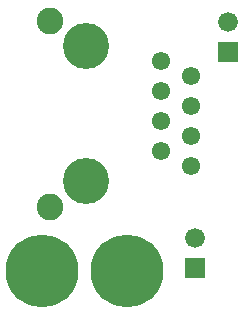
<source format=gbr>
G04 start of page 6 for group -4063 idx -4063 *
G04 Title: (unknown), componentmask *
G04 Creator: pcb 1.99z *
G04 CreationDate: Tue Dec  8 20:21:25 2015 UTC *
G04 For: commonadmin *
G04 Format: Gerber/RS-274X *
G04 PCB-Dimensions (mil): 900.00 1100.00 *
G04 PCB-Coordinate-Origin: lower left *
%MOIN*%
%FSLAX25Y25*%
%LNTOPMASK*%
%ADD54C,0.0887*%
%ADD53C,0.1536*%
%ADD52C,0.2422*%
%ADD51C,0.0611*%
%ADD50C,0.0660*%
%ADD49C,0.0001*%
G54D49*G36*
X77200Y96800D02*Y90200D01*
X83800D01*
Y96800D01*
X77200D01*
G37*
G54D50*X80500Y103500D03*
G54D51*X68000Y85500D03*
Y75500D03*
Y65500D03*
G54D49*G36*
X66200Y24800D02*Y18200D01*
X72800D01*
Y24800D01*
X66200D01*
G37*
G54D50*X69500Y31500D03*
G54D52*X18500Y20500D03*
X46846D03*
G54D51*X68000Y55500D03*
G54D53*X33000Y50500D03*
G54D54*X20992Y42035D03*
G54D51*X58000Y90500D03*
G54D53*X33000Y95500D03*
G54D54*X20992Y104043D03*
G54D51*X58000Y80500D03*
Y70500D03*
Y60500D03*
M02*

</source>
